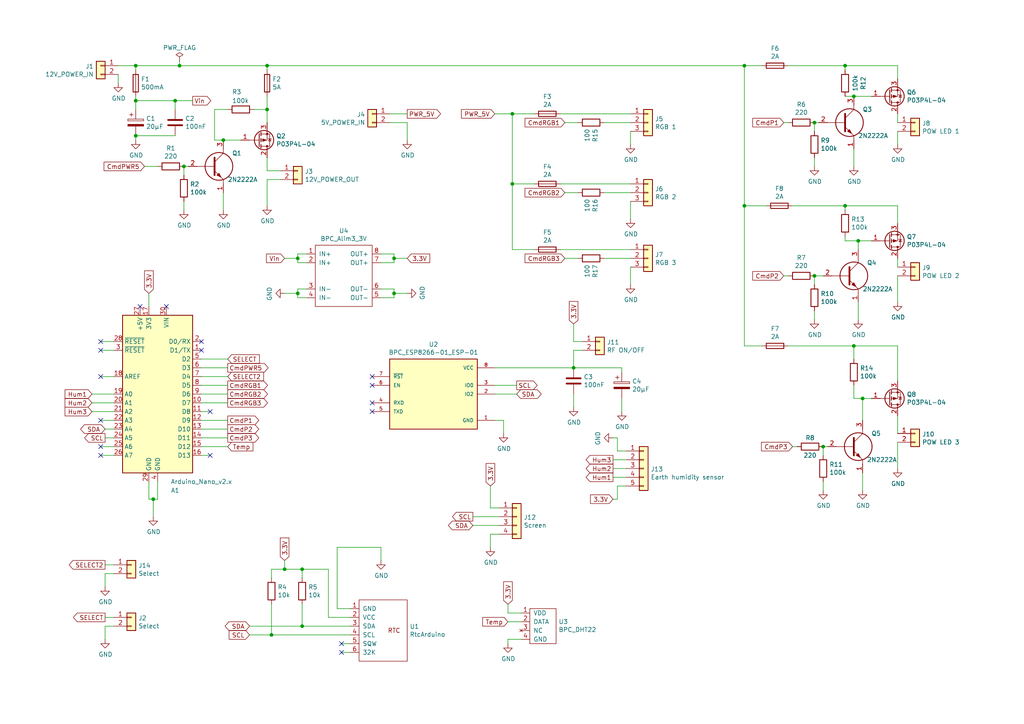
<source format=kicad_sch>
(kicad_sch (version 20230121) (generator eeschema)
  (paper "A4")
  (title_block (title "Semuino - Contrôleur de meuble à semis") (date "2023-09-21") (rev "A0") (company "BPC") (comment 2 "Température ambiante - 3 Capteurs d'humidité") (comment 3 "3 bandeaux LEDs 12V Blanches - 3 bandeaux LEDs RGB 5V") (comment 4 "12V/10A - Ecran OLED - 1 sélecteur - Wifi"))
  (lib_symbols
    (symbol "Connector_Generic:Conn_01x02" (pin_names (offset 1.016) hide)
      (property "Reference" "J" (at 0 2.54 0))
      (property "Value" "Conn_01x02" (at 0 -5.08 0))
      (symbol "Conn_01x02_1_1"
        (pin passive line (at -5.08 0 0) (length 3.81) (name "Pin_1") (number "1"))
        (pin passive line (at -5.08 -2.54 0) (length 3.81) (name "Pin_2") (number "2"))
      )
    )
    (symbol "Connector_Generic:Conn_01x03" (pin_names (offset 1.016) hide)
      (property "Reference" "J" (at 0 5.08 0))
      (property "Value" "Conn_01x03" (at 0 -5.08 0))
      (symbol "Conn_01x03_1_1"
        (pin passive line (at -5.08 2.54 0) (length 3.81) (name "Pin_1") (number "1"))
        (pin passive line (at -5.08 0 0) (length 3.81) (name "Pin_2") (number "2"))
        (pin passive line (at -5.08 -2.54 0) (length 3.81) (name "Pin_3") (number "3"))
      )
    )
    (symbol "Connector_Generic:Conn_01x04" (pin_names (offset 1.016) hide)
      (property "Reference" "J" (at 0 5.08 0))
      (property "Value" "Conn_01x04" (at 0 -7.62 0))
      (symbol "Conn_01x04_1_1"
        (pin passive line (at -5.08 2.54 0) (length 3.81) (name "Pin_1") (number "1"))
        (pin passive line (at -5.08 0 0) (length 3.81) (name "Pin_2") (number "2"))
        (pin passive line (at -5.08 -2.54 0) (length 3.81) (name "Pin_3") (number "3"))
        (pin passive line (at -5.08 -5.08 0) (length 3.81) (name "Pin_4") (number "4"))
      )
    )
    (symbol "Connector_Generic:Conn_01x05" (pin_names (offset 1.016) hide)
      (property "Reference" "J" (at 0 7.62 0))
      (property "Value" "Conn_01x05" (at 0 -7.62 0))
      (symbol "Conn_01x05_1_1"
        (pin passive line (at -5.08 5.08 0) (length 3.81) (name "Pin_1") (number "1"))
        (pin passive line (at -5.08 2.54 0) (length 3.81) (name "Pin_2") (number "2"))
        (pin passive line (at -5.08 0 0) (length 3.81) (name "Pin_3") (number "3"))
        (pin passive line (at -5.08 -2.54 0) (length 3.81) (name "Pin_4") (number "4"))
        (pin passive line (at -5.08 -5.08 0) (length 3.81) (name "Pin_5") (number "5"))
      )
    )
    (symbol "Device:C" (pin_numbers hide) (pin_names (offset 0.254))
      (property "Reference" "C" (at 0.635 2.54 0))
      (property "Value" "C" (at 0.635 -2.54 0))
      (symbol "C_1_1"
        (pin passive line (at 0 3.81 270) (length 2.794) (name "~") (number "1"))
        (pin passive line (at 0 -3.81 90) (length 2.794) (name "~") (number "2"))
      )
    )
    (symbol "Device:Fuse" (pin_numbers hide) (pin_names (offset 0))
      (property "Reference" "F" (at 2.032 0 90))
      (property "Value" "Fuse" (at -1.905 0 90))
      (symbol "Fuse_1_1"
        (pin passive line (at 0 3.81 270) (length 1.27) (name "~") (number "1"))
        (pin passive line (at 0 -3.81 90) (length 1.27) (name "~") (number "2"))
      )
    )
    (symbol "Device:R" (pin_numbers hide) (pin_names (offset 0))
      (property "Reference" "R" (at 2.032 0 90))
      (property "Value" "R" (at 0 0 90))
      (symbol "R_1_1"
        (pin passive line (at 0 3.81 270) (length 1.27) (name "~") (number "1"))
        (pin passive line (at 0 -3.81 90) (length 1.27) (name "~") (number "2"))
      )
    )
    (symbol "bpc:Arduino_Nano_v2.x"
      (property "Reference" "A" (at -10.16 23.495 0))
      (property "Value" "Arduino_Nano_v2.x" (at 5.08 -24.13 0))
      (symbol "Arduino_Nano_v2.x_1_1"
        (pin bidirectional line (at -12.7 12.7 0) (length 2.54) (name "D1/TX") (number "1"))
        (pin bidirectional line (at -12.7 -2.54 0) (length 2.54) (name "D7") (number "10"))
        (pin bidirectional line (at -12.7 -5.08 0) (length 2.54) (name "D8") (number "11"))
        (pin bidirectional line (at -12.7 -7.62 0) (length 2.54) (name "D9") (number "12"))
        (pin bidirectional line (at -12.7 -10.16 0) (length 2.54) (name "D10") (number "13"))
        (pin bidirectional line (at -12.7 -12.7 0) (length 2.54) (name "D11") (number "14"))
        (pin bidirectional line (at -12.7 -15.24 0) (length 2.54) (name "D12") (number "15"))
        (pin bidirectional line (at -12.7 -17.78 0) (length 2.54) (name "D13") (number "16"))
        (pin power_out line (at 2.54 25.4 270) (length 2.54) (name "3V3") (number "17"))
        (pin input line (at 12.7 5.08 180) (length 2.54) (name "AREF") (number "18"))
        (pin bidirectional line (at 12.7 0 180) (length 2.54) (name "A0") (number "19"))
        (pin bidirectional line (at -12.7 15.24 0) (length 2.54) (name "D0/RX") (number "2"))
        (pin bidirectional line (at 12.7 -2.54 180) (length 2.54) (name "A1") (number "20"))
        (pin bidirectional line (at 12.7 -5.08 180) (length 2.54) (name "A2") (number "21"))
        (pin bidirectional line (at 12.7 -7.62 180) (length 2.54) (name "A3") (number "22"))
        (pin bidirectional line (at 12.7 -10.16 180) (length 2.54) (name "A4") (number "23"))
        (pin bidirectional line (at 12.7 -12.7 180) (length 2.54) (name "A5") (number "24"))
        (pin bidirectional line (at 12.7 -15.24 180) (length 2.54) (name "A6") (number "25"))
        (pin bidirectional line (at 12.7 -17.78 180) (length 2.54) (name "A7") (number "26"))
        (pin power_out line (at 5.08 25.4 270) (length 2.54) (name "+5V") (number "27"))
        (pin input line (at 12.7 15.24 180) (length 2.54) (name "~{RESET}") (number "28"))
        (pin power_in line (at 2.54 -25.4 90) (length 2.54) (name "GND") (number "29"))
        (pin input line (at 12.7 12.7 180) (length 2.54) (name "~{RESET}") (number "3"))
        (pin power_in line (at -2.54 25.4 270) (length 2.54) (name "VIN") (number "30"))
        (pin power_in line (at 0 -25.4 90) (length 2.54) (name "GND") (number "4"))
        (pin bidirectional line (at -12.7 10.16 0) (length 2.54) (name "D2") (number "5"))
        (pin bidirectional line (at -12.7 7.62 0) (length 2.54) (name "D3") (number "6"))
        (pin bidirectional line (at -12.7 5.08 0) (length 2.54) (name "D4") (number "7"))
        (pin bidirectional line (at -12.7 2.54 0) (length 2.54) (name "D5") (number "8"))
        (pin bidirectional line (at -12.7 0 0) (length 2.54) (name "D6") (number "9"))
      )
    )
    (symbol "bpc:BPC_Alim3_3V" (pin_names (offset 1.016))
      (property "Reference" "U" (at 6.35 6.35 0))
      (property "Value" "BPC_Alim3_3V" (at 11.43 3.81 0))
      (symbol "BPC_Alim3_3V_1_1"
        (pin power_in line (at -2.54 0 0) (length 2.54) (name "IN+") (number "1"))
        (pin power_in line (at -2.54 -2.54 0) (length 2.54) (name "IN+") (number "2"))
        (pin power_in line (at -2.54 -10.16 0) (length 2.54) (name "IN-") (number "3"))
        (pin power_in line (at -2.54 -12.7 0) (length 2.54) (name "IN-") (number "4"))
        (pin power_out line (at 19.05 -12.7 180) (length 2.54) (name "OUT-") (number "5"))
        (pin passive line (at 19.05 -10.16 180) (length 2.54) (name "OUT-") (number "6"))
        (pin passive line (at 19.05 -2.54 180) (length 2.54) (name "OUT+") (number "7"))
        (pin power_out line (at 19.05 0 180) (length 2.54) (name "OUT+") (number "8"))
      )
    )
    (symbol "bpc:BPC_DHT22" (pin_names (offset 1.016))
      (property "Reference" "U" (at 1.27 2.54 0))
      (property "Value" "BPC_DHT22" (at 3.81 -10.16 0))
      (symbol "BPC_DHT22_0_0"
        (pin power_in line (at -2.54 0 0) (length 2.54) (name "VDD") (number "1"))
        (pin bidirectional line (at -2.54 -2.54 0) (length 2.54) (name "DATA") (number "2"))
        (pin no_connect line (at -2.54 -5.08 0) (length 2.54) (name "NC") (number "3"))
        (pin power_in line (at -2.54 -7.62 0) (length 2.54) (name "GND") (number "4"))
      )
    )
    (symbol "bpc:BPC_ESP8266-01_ESP-01" (pin_names (offset 1.016))
      (property "Reference" "U" (at -12.7 10.668 0))
      (property "Value" "BPC_ESP8266-01_ESP-01" (at -12.7254 -12.7254 0))
      (symbol "BPC_ESP8266-01_ESP-01_0_0"
        (pin power_in line (at 17.78 -7.62 180) (length 5.08) (name "GND") (number "1"))
        (pin bidirectional line (at 17.78 0 180) (length 5.08) (name "IO2") (number "2"))
        (pin bidirectional line (at 17.78 2.54 180) (length 5.08) (name "IO0") (number "3"))
        (pin input line (at -17.78 -2.54 0) (length 5.08) (name "RXD") (number "4"))
        (pin output line (at -17.78 -5.08 0) (length 5.08) (name "TXD") (number "5"))
        (pin input line (at -17.78 2.54 0) (length 5.08) (name "EN") (number "6"))
        (pin input line (at -17.78 5.08 0) (length 5.08) (name "~{RST}") (number "7"))
        (pin power_in line (at 17.78 7.62 180) (length 5.08) (name "VCC") (number "8"))
      )
    )
    (symbol "bpc:P03P4L-04" (pin_names (offset 0) hide)
      (property "Reference" "Q" (at 5.08 -1.27 0))
      (property "Value" "P03P4L-04" (at 5.08 1.27 0))
      (symbol "P03P4L-04_1_1"
        (pin input line (at -5.08 0 0) (length 2.54) (name "G") (number "1"))
        (pin passive line (at 2.54 -5.08 90) (length 2.54) (name "D") (number "2"))
        (pin passive line (at 2.54 5.08 270) (length 2.54) (name "S") (number "3"))
      )
    )
    (symbol "bpc:RtcArduino" (pin_names (offset 1.016))
      (property "Reference" "U" (at 1.27 3.81 0))
      (property "Value" "RtcArduino" (at 5.08 1.27 0))
      (symbol "RtcArduino_0_0"
        (text "RTC" (at 10.16 -8.89 0) (effects (font (size 1.27 1.27))))
      )
      (symbol "RtcArduino_1_1"
        (pin power_in line (at -2.54 -2.54 0) (length 2.54) (name "GND") (number "1"))
        (pin power_in line (at -2.54 -5.08 0) (length 2.54) (name "VCC") (number "2"))
        (pin bidirectional line (at -2.54 -7.62 0) (length 2.54) (name "SDA") (number "3"))
        (pin input line (at -2.54 -10.16 0) (length 2.54) (name "SCL") (number "4"))
        (pin unspecified line (at -2.54 -12.7 0) (length 2.54) (name "SQW") (number "5"))
        (pin unspecified line (at -2.54 -15.24 0) (length 2.54) (name "32K") (number "6"))
      )
    )
    (symbol "power:GND" (power) (pin_names (offset 0))
      (property "Value" "GND" (at 0 -3.81 0))
      (symbol "GND_1_1"
        (pin power_in line (at 0 0 270) (length 0) hide (name "GND") (number "1"))
      )
    )
    (symbol "power:PWR_FLAG" (power) (pin_numbers hide) (pin_names (offset 0) hide)
      (property "Value" "PWR_FLAG" (at 0 3.81 0))
      (symbol "PWR_FLAG_0_0"
        (pin power_out line (at 0 0 90) (length 0) (name "pwr") (number "1"))
      )
    )
    (symbol "semuino-rescue:2N2222A-Transistor_BJT" (pin_names (offset 0.762))
      (property "Reference" "Q" (at 13.97 1.27 0))
      (property "Value" "Transistor_BJT_2N2222A" (at 13.97 -1.27 0))
      (symbol "2N2222A-Transistor_BJT_0_0"
        (pin passive line (at 10.16 -7.62 90) (length 2.54) (name "~") (number "1"))
        (pin passive line (at 0 0 0) (length 2.54) (name "~") (number "2"))
        (pin passive line (at 10.16 7.62 270) (length 2.54) (name "~") (number "3"))
      )
    )
    (symbol "semuino-rescue:CP-Device" (pin_numbers hide) (pin_names (offset 0.254))
      (property "Reference" "C" (at 0.635 2.54 0))
      (property "Value" "Device_CP" (at 0.635 -2.54 0))
      (symbol "CP-Device_1_1"
        (pin passive line (at 0 3.81 270) (length 2.794) (name "~") (number "1"))
        (pin passive line (at 0 -3.81 90) (length 2.794) (name "~") (number "2"))
      )
    )
  )
  (junction (at 86.36 85.09))
  (junction (at 64.77 40.64))
  (junction (at 236.22 35.56))
  (junction (at 39.37 19.05))
  (junction (at 52.07 19.05))
  (junction (at 250.19 115.57))
  (junction (at 77.47 19.05))
  (junction (at 114.3 74.93))
  (junction (at 39.37 29.21))
  (junction (at 82.55 165.1))
  (junction (at 44.45 144.78))
  (junction (at 77.47 31.75))
  (junction (at 39.37 39.37))
  (junction (at 114.3 85.09))
  (junction (at 148.59 53.34))
  (junction (at 78.74 184.15))
  (junction (at 87.63 181.61))
  (junction (at 247.65 27.94))
  (junction (at 53.34 48.26))
  (junction (at 166.37 106.68))
  (junction (at 245.11 59.69))
  (junction (at 238.76 129.54))
  (junction (at 248.92 69.85))
  (junction (at 148.59 33.02))
  (junction (at 236.22 80.01))
  (junction (at 86.36 74.93))
  (junction (at 245.11 19.05))
  (junction (at 215.9 59.69))
  (junction (at 215.9 19.05))
  (junction (at 50.8 29.21))
  (junction (at 247.65 100.33))
  (junction (at 87.63 165.1))
  (no_connect (at 107.95 111.76))
  (no_connect (at 48.26 88.9))
  (no_connect (at 29.21 132.08))
  (no_connect (at 29.21 109.22))
  (no_connect (at 107.95 119.38))
  (no_connect (at 58.42 101.6))
  (no_connect (at 99.06 189.23))
  (no_connect (at 29.21 121.92))
  (no_connect (at 60.96 119.38))
  (no_connect (at 107.95 109.22))
  (no_connect (at 29.21 129.54))
  (no_connect (at 60.96 132.08))
  (no_connect (at 58.42 99.06))
  (no_connect (at 40.64 88.9))
  (no_connect (at 99.06 186.69))
  (no_connect (at 107.95 116.84))
  (no_connect (at 29.21 101.6))
  (no_connect (at 29.21 99.06))
  (wire (pts (xy 78.74 175.26) (xy 78.74 184.15)))
  (wire (pts (xy 260.35 125.73) (xy 260.35 120.65)))
  (wire (pts (xy 110.49 86.36) (xy 114.3 86.36)))
  (wire (pts (xy 39.37 20.32) (xy 39.37 19.05)))
  (wire (pts (xy 240.03 129.54) (xy 238.76 129.54)))
  (wire (pts (xy 182.88 74.93) (xy 175.26 74.93)))
  (wire (pts (xy 260.35 33.02) (xy 260.35 35.56)))
  (wire (pts (xy 30.48 170.18) (xy 30.48 166.37)))
  (wire (pts (xy 248.92 92.71) (xy 248.92 87.63)))
  (wire (pts (xy 78.74 184.15) (xy 101.6 184.15)))
  (wire (pts (xy 143.51 106.68) (xy 166.37 106.68)))
  (wire (pts (xy 101.6 186.69) (xy 99.06 186.69)))
  (wire (pts (xy 182.88 55.88) (xy 175.26 55.88)))
  (wire (pts (xy 167.64 35.56) (xy 163.83 35.56)))
  (wire (pts (xy 166.37 93.98) (xy 166.37 99.06)))
  (wire (pts (xy 52.07 17.78) (xy 52.07 19.05)))
  (wire (pts (xy 66.04 124.46) (xy 58.42 124.46)))
  (wire (pts (xy 34.29 19.05) (xy 39.37 19.05)))
  (wire (pts (xy 245.11 60.96) (xy 245.11 59.69)))
  (wire (pts (xy 88.9 76.2) (xy 86.36 76.2)))
  (wire (pts (xy 252.73 115.57) (xy 250.19 115.57)))
  (wire (pts (xy 118.11 74.93) (xy 114.3 74.93)))
  (wire (pts (xy 78.74 165.1) (xy 78.74 167.64)))
  (wire (pts (xy 86.36 86.36) (xy 86.36 85.09)))
  (wire (pts (xy 181.61 133.35) (xy 177.8 133.35)))
  (wire (pts (xy 64.77 40.64) (xy 62.23 40.64)))
  (wire (pts (xy 66.04 116.84) (xy 58.42 116.84)))
  (wire (pts (xy 182.88 41.91) (xy 182.88 38.1)))
  (wire (pts (xy 78.74 184.15) (xy 72.39 184.15)))
  (wire (pts (xy 88.9 83.82) (xy 86.36 83.82)))
  (wire (pts (xy 82.55 165.1) (xy 82.55 162.56)))
  (wire (pts (xy 154.94 72.39) (xy 148.59 72.39)))
  (wire (pts (xy 166.37 106.68) (xy 180.34 106.68)))
  (wire (pts (xy 110.49 83.82) (xy 114.3 83.82)))
  (wire (pts (xy 26.67 114.3) (xy 33.02 114.3)))
  (wire (pts (xy 33.02 163.83) (xy 30.48 163.83)))
  (wire (pts (xy 114.3 85.09) (xy 118.11 85.09)))
  (wire (pts (xy 179.07 130.81) (xy 179.07 127)))
  (wire (pts (xy 64.77 60.96) (xy 64.77 55.88)))
  (wire (pts (xy 260.35 87.63) (xy 260.35 80.01)))
  (wire (pts (xy 148.59 72.39) (xy 148.59 53.34)))
  (wire (pts (xy 114.3 86.36) (xy 114.3 85.09)))
  (wire (pts (xy 162.56 53.34) (xy 182.88 53.34)))
  (wire (pts (xy 33.02 129.54) (xy 29.21 129.54)))
  (wire (pts (xy 227.33 80.01) (xy 228.6 80.01)))
  (wire (pts (xy 77.47 31.75) (xy 77.47 35.56)))
  (wire (pts (xy 252.73 69.85) (xy 248.92 69.85)))
  (wire (pts (xy 26.67 119.38) (xy 33.02 119.38)))
  (wire (pts (xy 30.48 181.61) (xy 33.02 181.61)))
  (wire (pts (xy 30.48 185.42) (xy 30.48 181.61)))
  (wire (pts (xy 26.67 116.84) (xy 33.02 116.84)))
  (wire (pts (xy 144.78 147.32) (xy 142.24 147.32)))
  (wire (pts (xy 162.56 72.39) (xy 182.88 72.39)))
  (wire (pts (xy 30.48 166.37) (xy 33.02 166.37)))
  (wire (pts (xy 82.55 165.1) (xy 78.74 165.1)))
  (wire (pts (xy 43.18 144.78) (xy 44.45 144.78)))
  (wire (pts (xy 181.61 130.81) (xy 179.07 130.81)))
  (wire (pts (xy 66.04 114.3) (xy 58.42 114.3)))
  (wire (pts (xy 245.11 20.32) (xy 245.11 19.05)))
  (wire (pts (xy 45.72 48.26) (xy 41.91 48.26)))
  (wire (pts (xy 101.6 179.07) (xy 95.25 179.07)))
  (wire (pts (xy 229.87 129.54) (xy 231.14 129.54)))
  (wire (pts (xy 144.78 149.86) (xy 137.16 149.86)))
  (wire (pts (xy 247.65 104.14) (xy 247.65 100.33)))
  (wire (pts (xy 236.22 45.72) (xy 236.22 48.26)))
  (wire (pts (xy 86.36 73.66) (xy 88.9 73.66)))
  (wire (pts (xy 238.76 80.01) (xy 236.22 80.01)))
  (wire (pts (xy 50.8 39.37) (xy 39.37 39.37)))
  (wire (pts (xy 236.22 80.01) (xy 236.22 82.55)))
  (wire (pts (xy 166.37 106.68) (xy 166.37 101.6)))
  (wire (pts (xy 114.3 76.2) (xy 114.3 74.93)))
  (wire (pts (xy 149.86 111.76) (xy 143.51 111.76)))
  (wire (pts (xy 238.76 129.54) (xy 238.76 132.08)))
  (wire (pts (xy 250.19 115.57) (xy 247.65 115.57)))
  (wire (pts (xy 238.76 139.7) (xy 238.76 142.24)))
  (wire (pts (xy 58.42 132.08) (xy 60.96 132.08)))
  (wire (pts (xy 87.63 167.64) (xy 87.63 165.1)))
  (wire (pts (xy 247.65 115.57) (xy 247.65 111.76)))
  (wire (pts (xy 260.35 59.69) (xy 260.35 64.77)))
  (wire (pts (xy 247.65 100.33) (xy 260.35 100.33)))
  (wire (pts (xy 33.02 124.46) (xy 30.48 124.46)))
  (wire (pts (xy 179.07 144.78) (xy 179.07 140.97)))
  (wire (pts (xy 179.07 127) (xy 177.8 127)))
  (wire (pts (xy 237.49 35.56) (xy 236.22 35.56)))
  (wire (pts (xy 162.56 33.02) (xy 182.88 33.02)))
  (wire (pts (xy 250.19 121.92) (xy 250.19 115.57)))
  (wire (pts (xy 33.02 179.07) (xy 30.48 179.07)))
  (wire (pts (xy 66.04 106.68) (xy 58.42 106.68)))
  (wire (pts (xy 81.28 52.07) (xy 77.47 52.07)))
  (wire (pts (xy 39.37 29.21) (xy 39.37 31.75)))
  (wire (pts (xy 43.18 85.09) (xy 43.18 88.9)))
  (wire (pts (xy 180.34 115.57) (xy 180.34 119.38)))
  (wire (pts (xy 101.6 176.53) (xy 97.79 176.53)))
  (wire (pts (xy 110.49 158.75) (xy 110.49 162.56)))
  (wire (pts (xy 97.79 176.53) (xy 97.79 158.75)))
  (wire (pts (xy 33.02 99.06) (xy 29.21 99.06)))
  (wire (pts (xy 137.16 152.4) (xy 144.78 152.4)))
  (wire (pts (xy 45.72 144.78) (xy 45.72 139.7)))
  (wire (pts (xy 66.04 104.14) (xy 58.42 104.14)))
  (wire (pts (xy 86.36 76.2) (xy 86.36 74.93)))
  (wire (pts (xy 151.13 180.34) (xy 147.32 180.34)))
  (wire (pts (xy 245.11 69.85) (xy 245.11 68.58)))
  (wire (pts (xy 151.13 177.8) (xy 147.32 177.8)))
  (wire (pts (xy 44.45 144.78) (xy 45.72 144.78)))
  (wire (pts (xy 182.88 77.47) (xy 182.88 82.55)))
  (wire (pts (xy 86.36 83.82) (xy 86.36 85.09)))
  (wire (pts (xy 247.65 43.18) (xy 247.65 48.26)))
  (wire (pts (xy 146.05 121.92) (xy 146.05 125.73)))
  (wire (pts (xy 148.59 53.34) (xy 154.94 53.34)))
  (wire (pts (xy 114.3 73.66) (xy 110.49 73.66)))
  (wire (pts (xy 82.55 74.93) (xy 86.36 74.93)))
  (wire (pts (xy 53.34 50.8) (xy 53.34 48.26)))
  (wire (pts (xy 66.04 111.76) (xy 58.42 111.76)))
  (wire (pts (xy 166.37 114.3) (xy 166.37 118.11)))
  (wire (pts (xy 33.02 101.6) (xy 29.21 101.6)))
  (wire (pts (xy 148.59 33.02) (xy 154.94 33.02)))
  (wire (pts (xy 95.25 165.1) (xy 87.63 165.1)))
  (wire (pts (xy 39.37 39.37) (xy 39.37 40.64)))
  (wire (pts (xy 215.9 19.05) (xy 215.9 59.69)))
  (wire (pts (xy 86.36 85.09) (xy 82.55 85.09)))
  (wire (pts (xy 62.23 40.64) (xy 62.23 31.75)))
  (wire (pts (xy 33.02 127) (xy 30.48 127)))
  (wire (pts (xy 148.59 53.34) (xy 148.59 33.02)))
  (wire (pts (xy 175.26 35.56) (xy 182.88 35.56)))
  (wire (pts (xy 34.29 24.13) (xy 34.29 21.59)))
  (wire (pts (xy 215.9 59.69) (xy 215.9 100.33)))
  (wire (pts (xy 97.79 158.75) (xy 110.49 158.75)))
  (wire (pts (xy 50.8 31.75) (xy 50.8 29.21)))
  (wire (pts (xy 228.6 100.33) (xy 247.65 100.33)))
  (wire (pts (xy 236.22 90.17) (xy 236.22 92.71)))
  (wire (pts (xy 33.02 132.08) (xy 29.21 132.08)))
  (wire (pts (xy 181.61 138.43) (xy 177.8 138.43)))
  (wire (pts (xy 77.47 52.07) (xy 77.47 59.69)))
  (wire (pts (xy 44.45 144.78) (xy 44.45 149.86)))
  (wire (pts (xy 39.37 27.94) (xy 39.37 29.21)))
  (wire (pts (xy 95.25 179.07) (xy 95.25 165.1)))
  (wire (pts (xy 142.24 147.32) (xy 142.24 140.97)))
  (wire (pts (xy 147.32 185.42) (xy 147.32 186.69)))
  (wire (pts (xy 220.98 19.05) (xy 215.9 19.05)))
  (wire (pts (xy 50.8 29.21) (xy 55.88 29.21)))
  (wire (pts (xy 77.47 49.53) (xy 77.47 45.72)))
  (wire (pts (xy 52.07 19.05) (xy 77.47 19.05)))
  (wire (pts (xy 58.42 109.22) (xy 66.04 109.22)))
  (wire (pts (xy 101.6 189.23) (xy 99.06 189.23)))
  (wire (pts (xy 252.73 27.94) (xy 247.65 27.94)))
  (wire (pts (xy 86.36 74.93) (xy 86.36 73.66)))
  (wire (pts (xy 166.37 99.06) (xy 168.91 99.06)))
  (wire (pts (xy 62.23 31.75) (xy 66.04 31.75)))
  (wire (pts (xy 77.47 27.94) (xy 77.47 31.75)))
  (wire (pts (xy 215.9 100.33) (xy 220.98 100.33)))
  (wire (pts (xy 118.11 35.56) (xy 118.11 40.64)))
  (wire (pts (xy 180.34 106.68) (xy 180.34 107.95)))
  (wire (pts (xy 43.18 139.7) (xy 43.18 144.78)))
  (wire (pts (xy 227.33 35.56) (xy 228.6 35.56)))
  (wire (pts (xy 247.65 27.94) (xy 245.11 27.94)))
  (wire (pts (xy 250.19 142.24) (xy 250.19 137.16)))
  (wire (pts (xy 260.35 100.33) (xy 260.35 110.49)))
  (wire (pts (xy 166.37 101.6) (xy 168.91 101.6)))
  (wire (pts (xy 114.3 74.93) (xy 114.3 73.66)))
  (wire (pts (xy 113.03 35.56) (xy 118.11 35.56)))
  (wire (pts (xy 87.63 181.61) (xy 101.6 181.61)))
  (wire (pts (xy 53.34 48.26) (xy 54.61 48.26)))
  (wire (pts (xy 260.35 41.91) (xy 260.35 38.1)))
  (wire (pts (xy 260.35 59.69) (xy 245.11 59.69)))
  (wire (pts (xy 87.63 175.26) (xy 87.63 181.61)))
  (wire (pts (xy 66.04 129.54) (xy 58.42 129.54)))
  (wire (pts (xy 77.47 19.05) (xy 215.9 19.05)))
  (wire (pts (xy 33.02 109.22) (xy 29.21 109.22)))
  (wire (pts (xy 50.8 29.21) (xy 39.37 29.21)))
  (wire (pts (xy 77.47 20.32) (xy 77.47 19.05)))
  (wire (pts (xy 58.42 119.38) (xy 60.96 119.38)))
  (wire (pts (xy 33.02 121.92) (xy 29.21 121.92)))
  (wire (pts (xy 248.92 69.85) (xy 245.11 69.85)))
  (wire (pts (xy 167.64 74.93) (xy 163.83 74.93)))
  (wire (pts (xy 143.51 33.02) (xy 148.59 33.02)))
  (wire (pts (xy 245.11 19.05) (xy 260.35 19.05)))
  (wire (pts (xy 222.25 59.69) (xy 215.9 59.69)))
  (wire (pts (xy 181.61 140.97) (xy 179.07 140.97)))
  (wire (pts (xy 236.22 35.56) (xy 236.22 38.1)))
  (wire (pts (xy 177.8 144.78) (xy 179.07 144.78)))
  (wire (pts (xy 149.86 114.3) (xy 143.51 114.3)))
  (wire (pts (xy 87.63 165.1) (xy 82.55 165.1)))
  (wire (pts (xy 144.78 154.94) (xy 142.24 154.94)))
  (wire (pts (xy 87.63 181.61) (xy 72.39 181.61)))
  (wire (pts (xy 142.24 154.94) (xy 142.24 158.75)))
  (wire (pts (xy 73.66 31.75) (xy 77.47 31.75)))
  (wire (pts (xy 39.37 19.05) (xy 52.07 19.05)))
  (wire (pts (xy 53.34 58.42) (xy 53.34 60.96)))
  (wire (pts (xy 167.64 55.88) (xy 163.83 55.88)))
  (wire (pts (xy 69.85 40.64) (xy 64.77 40.64)))
  (wire (pts (xy 260.35 135.89) (xy 260.35 128.27)))
  (wire (pts (xy 228.6 19.05) (xy 245.11 19.05)))
  (wire (pts (xy 143.51 121.92) (xy 146.05 121.92)))
  (wire (pts (xy 58.42 127) (xy 66.04 127)))
  (wire (pts (xy 66.04 121.92) (xy 58.42 121.92)))
  (wire (pts (xy 181.61 135.89) (xy 177.8 135.89)))
  (wire (pts (xy 248.92 72.39) (xy 248.92 69.85)))
  (wire (pts (xy 114.3 83.82) (xy 114.3 85.09)))
  (wire (pts (xy 182.88 63.5) (xy 182.88 58.42)))
  (wire (pts (xy 81.28 49.53) (xy 77.47 49.53)))
  (wire (pts (xy 260.35 19.05) (xy 260.35 22.86)))
  (wire (pts (xy 147.32 177.8) (xy 147.32 175.26)))
  (wire (pts (xy 88.9 86.36) (xy 86.36 86.36)))
  (wire (pts (xy 245.11 59.69) (xy 229.87 59.69)))
  (wire (pts (xy 110.49 76.2) (xy 114.3 76.2)))
  (wire (pts (xy 151.13 185.42) (xy 147.32 185.42)))
  (wire (pts (xy 260.35 74.93) (xy 260.35 77.47)))
  (wire (pts (xy 113.03 33.02) (xy 118.11 33.02)))
  (global_label "CmdRGB2" (shape output) (at 66.04 114.3 0) (property "Intersheetrefs" "${INTERSHEET_REFS}" (effects hide)))
  (global_label "CmdRGB1" (shape input) (at 163.83 35.56 180) (property "Intersheetrefs" "${INTERSHEET_REFS}" (effects hide)))
  (global_label "3.3V" (shape input) (at 147.32 175.26 90) (property "Intersheetrefs" "${INTERSHEET_REFS}" (effects hide)))
  (global_label "CmdPWR5" (shape input) (at 41.91 48.26 180) (property "Intersheetrefs" "${INTERSHEET_REFS}" (effects hide)))
  (global_label "PWR_5V" (shape input) (at 143.51 33.02 180) (property "Intersheetrefs" "${INTERSHEET_REFS}" (effects hide)))
  (global_label "CmdP3" (shape output) (at 66.04 127 0) (property "Intersheetrefs" "${INTERSHEET_REFS}" (effects hide)))
  (global_label "SDA" (shape bidirectional) (at 30.48 124.46 180) (property "Intersheetrefs" "${INTERSHEET_REFS}" (effects hide)))
  (global_label "CmdP2" (shape output) (at 66.04 124.46 0) (property "Intersheetrefs" "${INTERSHEET_REFS}" (effects hide)))
  (global_label "3.3V" (shape input) (at 177.8 144.78 180) (property "Intersheetrefs" "${INTERSHEET_REFS}" (effects hide)))
  (global_label "SELECT2" (shape output) (at 30.48 163.83 180) (property "Intersheetrefs" "${INTERSHEET_REFS}" (effects hide)))
  (global_label "Vin" (shape input) (at 82.55 74.93 180) (property "Intersheetrefs" "${INTERSHEET_REFS}" (effects hide)))
  (global_label "Hum2" (shape output) (at 177.8 135.89 180) (property "Intersheetrefs" "${INTERSHEET_REFS}" (effects hide)))
  (global_label "3.3V" (shape input) (at 118.11 74.93 0) (property "Intersheetrefs" "${INTERSHEET_REFS}" (effects hide)))
  (global_label "SCL" (shape output) (at 137.16 149.86 180) (property "Intersheetrefs" "${INTERSHEET_REFS}" (effects hide)))
  (global_label "Temp" (shape input) (at 66.04 129.54 0) (property "Intersheetrefs" "${INTERSHEET_REFS}" (effects hide)))
  (global_label "CmdP3" (shape input) (at 229.87 129.54 180) (property "Intersheetrefs" "${INTERSHEET_REFS}" (effects hide)))
  (global_label "SELECT" (shape input) (at 66.04 104.14 0) (property "Intersheetrefs" "${INTERSHEET_REFS}" (effects hide)))
  (global_label "Hum1" (shape output) (at 177.8 138.43 180) (property "Intersheetrefs" "${INTERSHEET_REFS}" (effects hide)))
  (global_label "CmdP1" (shape output) (at 66.04 121.92 0) (property "Intersheetrefs" "${INTERSHEET_REFS}" (effects hide)))
  (global_label "Vin" (shape output) (at 55.88 29.21 0) (property "Intersheetrefs" "${INTERSHEET_REFS}" (effects hide)))
  (global_label "CmdRGB2" (shape input) (at 163.83 55.88 180) (property "Intersheetrefs" "${INTERSHEET_REFS}" (effects hide)))
  (global_label "SCL" (shape input) (at 72.39 184.15 180) (property "Intersheetrefs" "${INTERSHEET_REFS}" (effects hide)))
  (global_label "CmdRGB1" (shape output) (at 66.04 111.76 0) (property "Intersheetrefs" "${INTERSHEET_REFS}" (effects hide)))
  (global_label "Hum3" (shape output) (at 177.8 133.35 180) (property "Intersheetrefs" "${INTERSHEET_REFS}" (effects hide)))
  (global_label "3.3V" (shape input) (at 82.55 162.56 90) (property "Intersheetrefs" "${INTERSHEET_REFS}" (effects hide)))
  (global_label "Hum3" (shape input) (at 26.67 119.38 180) (property "Intersheetrefs" "${INTERSHEET_REFS}" (effects hide)))
  (global_label "CmdRGB3" (shape output) (at 66.04 116.84 0) (property "Intersheetrefs" "${INTERSHEET_REFS}" (effects hide)))
  (global_label "Hum1" (shape input) (at 26.67 114.3 180) (property "Intersheetrefs" "${INTERSHEET_REFS}" (effects hide)))
  (global_label "3.3V" (shape input) (at 142.24 140.97 90) (property "Intersheetrefs" "${INTERSHEET_REFS}" (effects hide)))
  (global_label "CmdPWR5" (shape output) (at 66.04 106.68 0) (property "Intersheetrefs" "${INTERSHEET_REFS}" (effects hide)))
  (global_label "3.3V" (shape input) (at 43.18 85.09 90) (property "Intersheetrefs" "${INTERSHEET_REFS}" (effects hide)))
  (global_label "CmdP1" (shape input) (at 227.33 35.56 180) (property "Intersheetrefs" "${INTERSHEET_REFS}" (effects hide)))
  (global_label "SDA" (shape bidirectional) (at 72.39 181.61 180) (property "Intersheetrefs" "${INTERSHEET_REFS}" (effects hide)))
  (global_label "Temp" (shape input) (at 147.32 180.34 180) (property "Intersheetrefs" "${INTERSHEET_REFS}" (effects hide)))
  (global_label "SELECT2" (shape input) (at 66.04 109.22 0) (property "Intersheetrefs" "${INTERSHEET_REFS}" (effects hide)))
  (global_label "SDA" (shape bidirectional) (at 149.86 114.3 0) (property "Intersheetrefs" "${INTERSHEET_REFS}" (effects hide)))
  (global_label "3.3V" (shape input) (at 166.37 93.98 90) (property "Intersheetrefs" "${INTERSHEET_REFS}" (effects hide)))
  (global_label "CmdRGB3" (shape input) (at 163.83 74.93 180) (property "Intersheetrefs" "${INTERSHEET_REFS}" (effects hide)))
  (global_label "Hum2" (shape input) (at 26.67 116.84 180) (property "Intersheetrefs" "${INTERSHEET_REFS}" (effects hide)))
  (global_label "SDA" (shape bidirectional) (at 137.16 152.4 180) (property "Intersheetrefs" "${INTERSHEET_REFS}" (effects hide)))
  (global_label "SCL" (shape output) (at 30.48 127 180) (property "Intersheetrefs" "${INTERSHEET_REFS}" (effects hide)))
  (global_label "PWR_5V" (shape output) (at 118.11 33.02 0) (property "Intersheetrefs" "${INTERSHEET_REFS}" (effects hide)))
  (global_label "SCL" (shape output) (at 149.86 111.76 0) (property "Intersheetrefs" "${INTERSHEET_REFS}" (effects hide)))
  (global_label "SELECT" (shape output) (at 30.48 179.07 180) (property "Intersheetrefs" "${INTERSHEET_REFS}" (effects hide)))
  (global_label "CmdP2" (shape input) (at 227.33 80.01 180) (property "Intersheetrefs" "${INTERSHEET_REFS}" (effects hide)))
  (symbol (lib_id "Connector_Generic:Conn_01x02") (at 265.43 35.56 0) (unit 1)
    (property "Reference" "J8" (at 267.462 35.7632 0) (effects (justify left)))
    (property "Value" "POW LED 1" (at 267.462 38.0746 0) (effects (justify left)))
    (property "Footprint" "TerminalBlock_Phoenix:TerminalBlock_Phoenix_MKDS-1,5-2_1x02_P5.00mm_Horizontal" (effects hide))
  )
  (symbol (lib_id "Device:Fuse") (at 224.79 19.05 270) (unit 1)
    (property "Reference" "F6" (at 224.79 14.0462 90))
    (property "Value" "2A" (at 224.79 16.3576 90))
    (property "Footprint" "Fuse:Fuseholder_TR5_Littelfuse_No560_No460" (effects hide))
  )
  (symbol (lib_id "Device:Fuse") (at 158.75 33.02 270) (unit 1)
    (property "Reference" "F3" (at 158.75 28.0162 90))
    (property "Value" "2A" (at 158.75 30.3276 90))
    (property "Footprint" "Fuse:Fuseholder_TR5_Littelfuse_No560_No460" (effects hide))
  )
  (symbol (lib_id "Connector_Generic:Conn_01x03") (at 187.96 35.56 0) (unit 1)
    (property "Reference" "J5" (at 189.992 34.4932 0) (effects (justify left)))
    (property "Value" "RGB 1" (at 189.992 36.8046 0) (effects (justify left)))
    (property "Footprint" "TerminalBlock_Phoenix:TerminalBlock_Phoenix_MPT-0,5-3-2.54_1x03_P2.54mm_Horizontal" (effects hide))
  )
  (symbol (lib_id "Connector_Generic:Conn_01x03") (at 187.96 55.88 0) (unit 1)
    (property "Reference" "J6" (at 189.992 54.8132 0) (effects (justify left)))
    (property "Value" "RGB 2" (at 189.992 57.1246 0) (effects (justify left)))
    (property "Footprint" "TerminalBlock_Phoenix:TerminalBlock_Phoenix_MPT-0,5-3-2.54_1x03_P2.54mm_Horizontal" (effects hide))
  )
  (symbol (lib_id "Connector_Generic:Conn_01x03") (at 187.96 74.93 0) (unit 1)
    (property "Reference" "J7" (at 189.992 73.8632 0) (effects (justify left)))
    (property "Value" "RGB 3" (at 189.992 76.1746 0) (effects (justify left)))
    (property "Footprint" "TerminalBlock_Phoenix:TerminalBlock_Phoenix_MPT-0,5-3-2.54_1x03_P2.54mm_Horizontal" (effects hide))
  )
  (symbol (lib_id "Device:Fuse") (at 158.75 53.34 270) (unit 1)
    (property "Reference" "F4" (at 158.75 48.3362 90))
    (property "Value" "2A" (at 158.75 50.6476 90))
    (property "Footprint" "Fuse:Fuseholder_TR5_Littelfuse_No560_No460" (effects hide))
  )
  (symbol (lib_id "Device:Fuse") (at 158.75 72.39 270) (unit 1)
    (property "Reference" "F5" (at 158.75 67.3862 90))
    (property "Value" "2A" (at 158.75 69.6976 90))
    (property "Footprint" "Fuse:Fuseholder_TR5_Littelfuse_No560_No460" (effects hide))
  )
  (symbol (lib_id "power:GND") (at 182.88 41.91 0) (unit 1)
    (property "Reference" "#PWR011" (effects hide))
    (property "Value" "GND" (at 183.007 46.3042 0))
  )
  (symbol (lib_id "power:GND") (at 182.88 63.5 0) (unit 1)
    (property "Reference" "#PWR012" (effects hide))
    (property "Value" "GND" (at 183.007 67.8942 0))
  )
  (symbol (lib_id "power:GND") (at 182.88 82.55 0) (unit 1)
    (property "Reference" "#PWR013" (effects hide))
    (property "Value" "GND" (at 183.007 86.9442 0))
  )
  (symbol (lib_id "semuino-rescue:2N2222A-Transistor_BJT") (at 237.49 35.56 0) (unit 1)
    (property "Reference" "Q3" (at 250.19 31.75 0) (effects (justify left)))
    (property "Value" "2N2222A" (at 248.92 39.37 0) (effects (justify left)))
    (property "Footprint" "Package_TO_SOT_THT:TO-92" (effects hide))
    (property "Datasheet" "https://www.arrow.com/en/products/2n2222a/microsemi" (effects hide))
    (property "Arrow Part Number" "2N2222A" (effects hide))
    (property "Arrow Price/Stock" "https://www.arrow.com/en/products/2n2222a/microsemi" (effects hide))
    (property "Description" "Trans GP BJT NPN 50V 0.8A 3-Pin TO-18" (effects hide))
    (property "Manufacturer_Name" "Microsemi Corporation" (effects hide))
    (property "Manufacturer_Part_Number" "2N2222A" (effects hide))
    (property "Mouser Part Number" "494-2N2222A" (effects hide))
    (property "Mouser Price/Stock" "https://www.mouser.co.uk/ProductDetail/Microchip-Microsemi/2N2222A?qs=TXMzd3F6EylR6f6YErRW3Q%3D%3D" (effects hide))
  )
  (symbol (lib_id "power:GND") (at 247.65 48.26 0) (unit 1)
    (property "Reference" "#PWR017" (effects hide))
    (property "Value" "GND" (at 247.777 52.6542 0))
  )
  (symbol (lib_id "power:GND") (at 34.29 24.13 0) (unit 1)
    (property "Reference" "#PWR02" (effects hide))
    (property "Value" "GND" (at 34.417 28.5242 0))
  )
  (symbol (lib_id "power:GND") (at 118.11 40.64 0) (unit 1)
    (property "Reference" "#PWR08" (effects hide))
    (property "Value" "GND" (at 118.237 45.0342 0))
  )
  (symbol (lib_id "Device:Fuse") (at 77.47 24.13 180) (unit 1)
    (property "Reference" "F2" (at 78.994 22.9616 0) (effects (justify right)))
    (property "Value" "5A" (at 78.994 25.273 0) (effects (justify right)))
    (property "Footprint" "Fuse:Fuseholder_Clip-5x20mm_Littelfuse_520_Inline_P20.50x5.80mm_D1.30mm_Horizontal" (effects hide))
  )
  (symbol (lib_id "Device:Fuse") (at 39.37 24.13 180) (unit 1)
    (property "Reference" "F1" (at 40.894 22.9616 0) (effects (justify right)))
    (property "Value" "500mA" (at 40.894 25.273 0) (effects (justify right)))
    (property "Footprint" "Fuse:Fuseholder_TR5_Littelfuse_No560_No460" (effects hide))
  )
  (symbol (lib_id "Device:R") (at 232.41 35.56 270) (unit 1)
    (property "Reference" "R6" (at 232.41 30.3022 90))
    (property "Value" "220" (at 232.41 32.6136 90))
    (property "Footprint" "Resistor_THT:R_Axial_DIN0309_L9.0mm_D3.2mm_P2.54mm_Vertical" (effects hide))
  )
  (symbol (lib_id "Device:R") (at 236.22 41.91 180) (unit 1)
    (property "Reference" "R9" (at 237.998 40.7416 0) (effects (justify right)))
    (property "Value" "100k" (at 237.998 43.053 0) (effects (justify right)))
    (property "Footprint" "Resistor_THT:R_Axial_DIN0309_L9.0mm_D3.2mm_P2.54mm_Vertical" (effects hide))
  )
  (symbol (lib_id "power:GND") (at 236.22 48.26 0) (unit 1)
    (property "Reference" "#PWR014" (effects hide))
    (property "Value" "GND" (at 236.347 52.6542 0))
  )
  (symbol (lib_id "Connector_Generic:Conn_01x02") (at 265.43 77.47 0) (unit 1)
    (property "Reference" "J9" (at 267.462 77.6732 0) (effects (justify left)))
    (property "Value" "POW LED 2" (at 267.462 79.9846 0) (effects (justify left)))
    (property "Footprint" "TerminalBlock_Phoenix:TerminalBlock_Phoenix_MKDS-1,5-2_1x02_P5.00mm_Horizontal" (effects hide))
  )
  (symbol (lib_id "Device:Fuse") (at 224.79 100.33 270) (unit 1)
    (property "Reference" "F7" (at 224.79 95.3262 90))
    (property "Value" "2A" (at 224.79 97.6376 90))
    (property "Footprint" "Fuse:Fuseholder_TR5_Littelfuse_No560_No460" (effects hide))
  )
  (symbol (lib_id "power:GND") (at 248.92 92.71 0) (unit 1)
    (property "Reference" "#PWR018" (effects hide))
    (property "Value" "GND" (at 249.047 97.1042 0))
  )
  (symbol (lib_id "Device:R") (at 232.41 80.01 270) (unit 1)
    (property "Reference" "R7" (at 232.41 74.7522 90))
    (property "Value" "220" (at 232.41 77.0636 90))
    (property "Footprint" "Resistor_THT:R_Axial_DIN0309_L9.0mm_D3.2mm_P2.54mm_Vertical" (effects hide))
  )
  (symbol (lib_id "Device:R") (at 236.22 86.36 180) (unit 1)
    (property "Reference" "R10" (at 237.998 85.1916 0) (effects (justify right)))
    (property "Value" "100k" (at 237.998 87.503 0) (effects (justify right)))
    (property "Footprint" "Resistor_THT:R_Axial_DIN0309_L9.0mm_D3.2mm_P2.54mm_Vertical" (effects hide))
  )
  (symbol (lib_id "power:GND") (at 236.22 92.71 0) (unit 1)
    (property "Reference" "#PWR015" (effects hide))
    (property "Value" "GND" (at 236.347 97.1042 0))
  )
  (symbol (lib_id "Connector_Generic:Conn_01x02") (at 38.1 179.07 0) (unit 1)
    (property "Reference" "J2" (at 40.132 179.2732 0) (effects (justify left)))
    (property "Value" "Select" (at 40.132 181.5846 0) (effects (justify left)))
    (property "Footprint" "Connector_PinHeader_2.54mm:PinHeader_1x02_P2.54mm_Vertical" (effects hide))
  )
  (symbol (lib_id "power:GND") (at 30.48 185.42 0) (unit 1)
    (property "Reference" "#PWR01" (effects hide))
    (property "Value" "GND" (at 30.607 189.8142 0))
  )
  (symbol (lib_id "Connector_Generic:Conn_01x02") (at 265.43 125.73 0) (unit 1)
    (property "Reference" "J10" (at 267.462 125.9332 0) (effects (justify left)))
    (property "Value" "POW LED 3" (at 267.462 128.2446 0) (effects (justify left)))
    (property "Footprint" "TerminalBlock_Phoenix:TerminalBlock_Phoenix_MKDS-1,5-2_1x02_P5.00mm_Horizontal" (effects hide))
  )
  (symbol (lib_id "Device:Fuse") (at 226.06 59.69 270) (unit 1)
    (property "Reference" "F8" (at 226.06 54.6862 90))
    (property "Value" "2A" (at 226.06 56.9976 90))
    (property "Footprint" "Fuse:Fuseholder_TR5_Littelfuse_No560_No460" (effects hide))
  )
  (symbol (lib_id "power:GND") (at 250.19 142.24 0) (unit 1)
    (property "Reference" "#PWR019" (effects hide))
    (property "Value" "GND" (at 250.317 146.6342 0))
  )
  (symbol (lib_id "Device:R") (at 234.95 129.54 90) (unit 1)
    (property "Reference" "R8" (at 234.95 127 90))
    (property "Value" "220" (at 234.95 132.08 90))
    (property "Footprint" "Resistor_THT:R_Axial_DIN0309_L9.0mm_D3.2mm_P2.54mm_Vertical" (effects hide))
  )
  (symbol (lib_id "Device:R") (at 238.76 135.89 180) (unit 1)
    (property "Reference" "R11" (at 240.538 134.7216 0) (effects (justify right)))
    (property "Value" "100k" (at 240.538 137.033 0) (effects (justify right)))
    (property "Footprint" "Resistor_THT:R_Axial_DIN0309_L9.0mm_D3.2mm_P2.54mm_Vertical" (effects hide))
  )
  (symbol (lib_id "power:GND") (at 238.76 142.24 0) (unit 1)
    (property "Reference" "#PWR016" (effects hide))
    (property "Value" "GND" (at 238.887 146.6342 0))
  )
  (symbol (lib_id "power:GND") (at 44.45 149.86 0) (unit 1)
    (property "Reference" "#PWR03" (effects hide))
    (property "Value" "GND" (at 44.577 154.2542 0))
  )
  (symbol (lib_id "bpc:RtcArduino") (at 104.14 173.99 0) (unit 1)
    (property "Reference" "U1" (at 118.8212 181.7116 0) (effects (justify left)))
    (property "Value" "RtcArduino" (at 118.8212 184.023 0) (effects (justify left)))
    (property "Footprint" "bpc:BPC_RtcArduino" (effects hide))
  )
  (symbol (lib_id "bpc:BPC_DHT22") (at 153.67 177.8 0) (unit 1)
    (property "Reference" "U3" (at 162.0012 180.3146 0) (effects (justify left)))
    (property "Value" "BPC_DHT22" (at 162.0012 182.626 0) (effects (justify left)))
    (property "Footprint" "bpc:BPC_DHT22" (effects hide))
  )
  (symbol (lib_id "bpc:Arduino_Nano_v2.x") (at 45.72 114.3 0) (mirror y) (unit 1)
    (property "Reference" "A1" (at 50.8 142.24 0))
    (property "Value" "Arduino_Nano_v2.x" (at 58.42 139.7 0))
    (property "Footprint" "bpc:BPC_Arduino_Nano" (effects hide))
    (property "Datasheet" "https://www.arduino.cc/en/uploads/Main/ArduinoNanoManual23.pdf" (effects hide))
  )
  (symbol (lib_id "bpc:BPC_ESP8266-01_ESP-01") (at 125.73 114.3 0) (unit 1)
    (property "Reference" "U2" (at 125.73 99.8982 0))
    (property "Value" "BPC_ESP8266-01_ESP-01" (at 125.73 102.2096 0))
    (property "Footprint" "bpc:BPC_XCVR_ESP8266-01_ESP-01" (effects hide))
    (property "MAXIMUM_PACKAGE_HEIGHT" "11.2 mm" (effects hide))
    (property "PARTREV" "V1.2" (effects hide))
    (property "STANDARD" "Manufacturer recommendations or IPC 7351B" (effects hide))
    (property "MANUFACTURER" "AI-Thinker" (effects hide))
  )
  (symbol (lib_id "power:GND") (at 110.49 162.56 0) (unit 1)
    (property "Reference" "#PWR07" (effects hide))
    (property "Value" "GND" (at 110.617 166.9542 0))
  )
  (symbol (lib_id "power:GND") (at 147.32 186.69 0) (unit 1)
    (property "Reference" "#PWR010" (effects hide))
    (property "Value" "GND" (at 147.447 191.0842 0))
  )
  (symbol (lib_id "power:GND") (at 146.05 125.73 0) (unit 1)
    (property "Reference" "#PWR09" (effects hide))
    (property "Value" "GND" (at 146.177 130.1242 0))
  )
  (symbol (lib_id "Device:R") (at 87.63 171.45 180) (unit 1)
    (property "Reference" "R5" (at 89.408 170.2816 0) (effects (justify right)))
    (property "Value" "10k" (at 89.408 172.593 0) (effects (justify right)))
    (property "Footprint" "Resistor_THT:R_Axial_DIN0309_L9.0mm_D3.2mm_P12.70mm_Horizontal" (effects hide))
  )
  (symbol (lib_id "Device:R") (at 78.74 171.45 180) (unit 1)
    (property "Reference" "R4" (at 80.518 170.2816 0) (effects (justify right)))
    (property "Value" "10k" (at 80.518 172.593 0) (effects (justify right)))
    (property "Footprint" "Resistor_THT:R_Axial_DIN0309_L9.0mm_D3.2mm_P12.70mm_Horizontal" (effects hide))
  )
  (symbol (lib_id "Connector_Generic:Conn_01x02") (at 173.99 99.06 0) (unit 1)
    (property "Reference" "J11" (at 176.022 99.2632 0) (effects (justify left)))
    (property "Value" "RF ON/OFF" (at 176.022 101.5746 0) (effects (justify left)))
    (property "Footprint" "Connector_PinHeader_2.54mm:PinHeader_1x02_P2.54mm_Vertical" (effects hide))
  )
  (symbol (lib_id "Connector_Generic:Conn_01x02") (at 29.21 19.05 0) (mirror y) (unit 1)
    (property "Reference" "J1" (at 27.178 19.2532 0) (effects (justify left)))
    (property "Value" "12V_POWER_IN" (at 27.178 21.5646 0) (effects (justify left)))
    (property "Footprint" "TerminalBlock_Phoenix:TerminalBlock_Phoenix_MKDS-1,5-2_1x02_P5.00mm_Horizontal" (effects hide))
  )
  (symbol (lib_id "Connector_Generic:Conn_01x02") (at 86.36 49.53 0) (unit 1)
    (property "Reference" "J3" (at 88.392 49.7332 0) (effects (justify left)))
    (property "Value" "12V_POWER_OUT" (at 88.392 52.0446 0) (effects (justify left)))
    (property "Footprint" "TerminalBlock_Phoenix:TerminalBlock_Phoenix_MKDS-1,5-2_1x02_P5.00mm_Horizontal" (effects hide))
  )
  (symbol (lib_id "Connector_Generic:Conn_01x02") (at 107.95 33.02 0) (mirror y) (unit 1)
    (property "Reference" "J4" (at 105.918 33.2232 0) (effects (justify left)))
    (property "Value" "5V_POWER_IN" (at 105.918 35.5346 0) (effects (justify left)))
    (property "Footprint" "TerminalBlock_Phoenix:TerminalBlock_Phoenix_MPT-0,5-2-2.54_1x02_P2.54mm_Horizontal" (effects hide))
  )
  (symbol (lib_id "bpc:P03P4L-04") (at 74.93 40.64 0) (unit 1)
    (property "Reference" "Q2" (at 80.1116 39.4716 0) (effects (justify left)))
    (property "Value" "P03P4L-04" (at 80.1116 41.783 0) (effects (justify left)))
    (property "Footprint" "Package_TO_SOT_THT:TO-220-3_Vertical" (effects hide))
  )
  (symbol (lib_id "bpc:P03P4L-04") (at 257.81 27.94 0) (unit 1)
    (property "Reference" "Q6" (at 262.9916 26.7716 0) (effects (justify left)))
    (property "Value" "P03P4L-04" (at 262.9916 29.083 0) (effects (justify left)))
    (property "Footprint" "Package_TO_SOT_THT:TO-220-3_Vertical" (effects hide))
  )
  (symbol (lib_id "power:GND") (at 260.35 41.91 0) (unit 1)
    (property "Reference" "#PWR020" (effects hide))
    (property "Value" "GND" (at 260.477 46.3042 0))
  )
  (symbol (lib_id "Device:R") (at 245.11 24.13 180) (unit 1)
    (property "Reference" "R12" (at 250.3678 24.13 90))
    (property "Value" "100k" (at 248.0564 24.13 90))
    (property "Footprint" "Resistor_THT:R_Axial_DIN0309_L9.0mm_D3.2mm_P2.54mm_Vertical" (effects hide))
  )
  (symbol (lib_id "bpc:P03P4L-04") (at 257.81 69.85 0) (unit 1)
    (property "Reference" "Q7" (at 262.9916 68.6816 0) (effects (justify left)))
    (property "Value" "P03P4L-04" (at 262.9916 70.993 0) (effects (justify left)))
    (property "Footprint" "Package_TO_SOT_THT:TO-220-3_Vertical" (effects hide))
  )
  (symbol (lib_id "Device:R") (at 245.11 64.77 180) (unit 1)
    (property "Reference" "R13" (at 246.888 63.6016 0) (effects (justify right)))
    (property "Value" "100k" (at 246.888 65.913 0) (effects (justify right)))
    (property "Footprint" "Resistor_THT:R_Axial_DIN0309_L9.0mm_D3.2mm_P2.54mm_Vertical" (effects hide))
  )
  (symbol (lib_id "power:GND") (at 260.35 87.63 0) (unit 1)
    (property "Reference" "#PWR021" (effects hide))
    (property "Value" "GND" (at 260.477 92.0242 0))
  )
  (symbol (lib_id "bpc:P03P4L-04") (at 257.81 115.57 0) (unit 1)
    (property "Reference" "Q8" (at 262.9916 114.4016 0) (effects (justify left)))
    (property "Value" "P03P4L-04" (at 262.9916 116.713 0) (effects (justify left)))
    (property "Footprint" "Package_TO_SOT_THT:TO-220-3_Vertical" (effects hide))
  )
  (symbol (lib_id "power:GND") (at 260.35 135.89 0) (unit 1)
    (property "Reference" "#PWR022" (effects hide))
    (property "Value" "GND" (at 260.477 140.2842 0))
  )
  (symbol (lib_id "Device:R") (at 247.65 107.95 180) (unit 1)
    (property "Reference" "R14" (at 249.428 106.7816 0) (effects (justify right)))
    (property "Value" "100k" (at 249.428 109.093 0) (effects (justify right)))
    (property "Footprint" "Resistor_THT:R_Axial_DIN0309_L9.0mm_D3.2mm_P2.54mm_Vertical" (effects hide))
  )
  (symbol (lib_id "Device:R") (at 69.85 31.75 90) (unit 1)
    (property "Reference" "R3" (at 67.31 26.67 90) (effects (justify right)))
    (property "Value" "100k" (at 67.31 29.21 90) (effects (justify right)))
    (property "Footprint" "Resistor_THT:R_Axial_DIN0309_L9.0mm_D3.2mm_P2.54mm_Vertical" (effects hide))
  )
  (symbol (lib_id "power:GND") (at 77.47 59.69 0) (unit 1)
    (property "Reference" "#PWR06" (effects hide))
    (property "Value" "GND" (at 77.597 64.0842 0))
  )
  (symbol (lib_id "power:GND") (at 64.77 60.96 0) (unit 1)
    (property "Reference" "#PWR05" (effects hide))
    (property "Value" "GND" (at 64.897 65.3542 0))
  )
  (symbol (lib_id "Device:R") (at 49.53 48.26 270) (unit 1)
    (property "Reference" "R1" (at 49.53 43.0022 90))
    (property "Value" "220" (at 49.53 45.3136 90))
    (property "Footprint" "Resistor_THT:R_Axial_DIN0309_L9.0mm_D3.2mm_P2.54mm_Vertical" (effects hide))
  )
  (symbol (lib_id "Device:R") (at 53.34 54.61 180) (unit 1)
    (property "Reference" "R2" (at 55.118 53.4416 0) (effects (justify right)))
    (property "Value" "100k" (at 55.118 55.753 0) (effects (justify right)))
    (property "Footprint" "Resistor_THT:R_Axial_DIN0309_L9.0mm_D3.2mm_P2.54mm_Vertical" (effects hide))
  )
  (symbol (lib_id "power:GND") (at 53.34 60.96 0) (unit 1)
    (property "Reference" "#PWR04" (effects hide))
    (property "Value" "GND" (at 53.467 65.3542 0))
  )
  (symbol (lib_id "semuino-rescue:2N2222A-Transistor_BJT") (at 238.76 80.01 0) (unit 1)
    (property "Reference" "Q4" (at 251.46 76.2 0) (effects (justify left)))
    (property "Value" "2N2222A" (at 250.19 83.82 0) (effects (justify left)))
    (property "Footprint" "Package_TO_SOT_THT:TO-92" (effects hide))
    (property "Datasheet" "https://www.arrow.com/en/products/2n2222a/microsemi" (effects hide))
    (property "Arrow Part Number" "2N2222A" (effects hide))
    (property "Arrow Price/Stock" "https://www.arrow.com/en/products/2n2222a/microsemi" (effects hide))
    (property "Description" "Trans GP BJT NPN 50V 0.8A 3-Pin TO-18" (effects hide))
    (property "Manufacturer_Name" "Microsemi Corporation" (effects hide))
    (property "Manufacturer_Part_Number" "2N2222A" (effects hide))
    (property "Mouser Part Number" "494-2N2222A" (effects hide))
    (property "Mouser Price/Stock" "https://www.mouser.co.uk/ProductDetail/Microchip-Microsemi/2N2222A?qs=TXMzd3F6EylR6f6YErRW3Q%3D%3D" (effects hide))
  )
  (symbol (lib_id "semuino-rescue:2N2222A-Transistor_BJT") (at 240.03 129.54 0) (unit 1)
    (property "Reference" "Q5" (at 252.73 125.73 0) (effects (justify left)))
    (property "Value" "2N2222A" (at 251.46 133.35 0) (effects (justify left)))
    (property "Footprint" "Package_TO_SOT_THT:TO-92" (effects hide))
    (property "Datasheet" "https://www.arrow.com/en/products/2n2222a/microsemi" (effects hide))
    (property "Arrow Part Number" "2N2222A" (effects hide))
    (property "Arrow Price/Stock" "https://www.arrow.com/en/products/2n2222a/microsemi" (effects hide))
    (property "Description" "Trans GP BJT NPN 50V 0.8A 3-Pin TO-18" (effects hide))
    (property "Manufacturer_Name" "Microsemi Corporation" (effects hide))
    (property "Manufacturer_Part_Number" "2N2222A" (effects hide))
    (property "Mouser Part Number" "494-2N2222A" (effects hide))
    (property "Mouser Price/Stock" "https://www.mouser.co.uk/ProductDetail/Microchip-Microsemi/2N2222A?qs=TXMzd3F6EylR6f6YErRW3Q%3D%3D" (effects hide))
  )
  (symbol (lib_id "semuino-rescue:2N2222A-Transistor_BJT") (at 54.61 48.26 0) (unit 1)
    (property "Reference" "Q1" (at 67.31 44.45 0) (effects (justify left)))
    (property "Value" "2N2222A" (at 66.04 52.07 0) (effects (justify left)))
    (property "Footprint" "Package_TO_SOT_THT:TO-92" (effects hide))
    (property "Datasheet" "https://www.arrow.com/en/products/2n2222a/microsemi" (effects hide))
    (property "Arrow Part Number" "2N2222A" (effects hide))
    (property "Arrow Price/Stock" "https://www.arrow.com/en/products/2n2222a/microsemi" (effects hide))
    (property "Description" "Trans GP BJT NPN 50V 0.8A 3-Pin TO-18" (effects hide))
    (property "Manufacturer_Name" "Microsemi Corporation" (effects hide))
    (property "Manufacturer_Part_Number" "2N2222A" (effects hide))
    (property "Mouser Part Number" "494-2N2222A" (effects hide))
    (property "Mouser Price/Stock" "https://www.mouser.co.uk/ProductDetail/Microchip-Microsemi/2N2222A?qs=TXMzd3F6EylR6f6YErRW3Q%3D%3D" (effects hide))
  )
  (symbol (lib_id "bpc:BPC_Alim3_3V") (at 91.44 73.66 0) (unit 1)
    (property "Reference" "U4" (at 99.695 66.929 0))
    (property "Value" "BPC_Alim3_3V" (at 99.695 69.2404 0))
    (property "Footprint" "bpc:BPC_Alim3_3V" (effects hide))
  )
  (symbol (lib_id "power:GND") (at 82.55 85.09 270) (unit 1)
    (property "Reference" "#PWR023" (effects hide))
    (property "Value" "GND" (at 78.1558 85.217 0))
  )
  (symbol (lib_id "power:GND") (at 118.11 85.09 90) (unit 1)
    (property "Reference" "#PWR024" (effects hide))
    (property "Value" "GND" (at 122.5042 84.963 0))
  )
  (symbol (lib_id "semuino-rescue:CP-Device") (at 39.37 35.56 0) (unit 1)
    (property "Reference" "C1" (at 42.3672 34.3916 0) (effects (justify left)))
    (property "Value" "20µF" (at 42.3672 36.703 0) (effects (justify left)))
    (property "Footprint" "Capacitor_THT:CP_Radial_D8.0mm_P3.80mm" (effects hide))
  )
  (symbol (lib_id "Connector_Generic:Conn_01x05") (at 186.69 135.89 0) (unit 1)
    (property "Reference" "J13" (at 188.722 136.0932 0) (effects (justify left)))
    (property "Value" "Earth humidity sensor" (at 188.722 138.4046 0) (effects (justify left)))
    (property "Footprint" "TerminalBlock_Phoenix:TerminalBlock_Phoenix_MPT-0,5-5-2.54_1x05_P2.54mm_Horizontal" (effects hide))
  )
  (symbol (lib_id "power:GND") (at 177.8 127 270) (unit 1)
    (property "Reference" "#PWR026" (effects hide))
    (property "Value" "GND" (at 173.4058 127.127 0))
  )
  (symbol (lib_id "Device:C") (at 50.8 35.56 0) (unit 1)
    (property "Reference" "C2" (at 53.721 34.3916 0) (effects (justify left)))
    (property "Value" "100nF" (at 53.721 36.703 0) (effects (justify left)))
    (property "Footprint" "Capacitor_THT:C_Disc_D7.0mm_W2.5mm_P5.00mm" (effects hide))
  )
  (symbol (lib_id "power:GND") (at 39.37 40.64 0) (unit 1)
    (property "Reference" "#PWR027" (effects hide))
    (property "Value" "GND" (at 39.497 45.0342 0))
  )
  (symbol (lib_id "Connector_Generic:Conn_01x04") (at 149.86 149.86 0) (unit 1)
    (property "Reference" "J12" (at 151.892 150.0632 0) (effects (justify left)))
    (property "Value" "Screen" (at 151.892 152.3746 0) (effects (justify left)))
    (property "Footprint" "Connector_JST:JST_XH_B4B-XH-A_1x04_P2.50mm_Vertical" (effects hide))
  )
  (symbol (lib_id "power:GND") (at 142.24 158.75 0) (unit 1)
    (property "Reference" "#PWR025" (effects hide))
    (property "Value" "GND" (at 142.367 163.1442 0))
  )
  (symbol (lib_id "Device:R") (at 171.45 35.56 90) (unit 1)
    (property "Reference" "R15" (at 172.6184 37.338 0) (effects (justify right)))
    (property "Value" "100" (at 170.307 37.338 0) (effects (justify right)))
    (property "Footprint" "Resistor_THT:R_Axial_DIN0309_L9.0mm_D3.2mm_P2.54mm_Vertical" (effects hide))
  )
  (symbol (lib_id "Device:C") (at 166.37 110.49 0) (unit 1)
    (property "Reference" "C3" (at 169.291 109.3216 0) (effects (justify left)))
    (property "Value" "100nF" (at 169.291 111.633 0) (effects (justify left)))
    (property "Footprint" "Capacitor_THT:C_Disc_D7.0mm_W2.5mm_P5.00mm" (effects hide))
  )
  (symbol (lib_id "Device:R") (at 171.45 55.88 90) (unit 1)
    (property "Reference" "R16" (at 172.6184 57.658 0) (effects (justify right)))
    (property "Value" "100" (at 170.307 57.658 0) (effects (justify right)))
    (property "Footprint" "Resistor_THT:R_Axial_DIN0309_L9.0mm_D3.2mm_P2.54mm_Vertical" (effects hide))
  )
  (symbol (lib_id "Device:R") (at 171.45 74.93 90) (unit 1)
    (property "Reference" "R17" (at 172.6184 76.708 0) (effects (justify right)))
    (property "Value" "100" (at 170.307 76.708 0) (effects (justify right)))
    (property "Footprint" "Resistor_THT:R_Axial_DIN0309_L9.0mm_D3.2mm_P2.54mm_Vertical" (effects hide))
  )
  (symbol (lib_id "power:GND") (at 166.37 118.11 0) (unit 1)
    (property "Reference" "#PWR028" (effects hide))
    (property "Value" "GND" (at 166.497 122.5042 0))
  )
  (symbol (lib_id "power:GND") (at 180.34 119.38 0) (unit 1)
    (property "Reference" "#PWR029" (effects hide))
    (property "Value" "GND" (at 180.467 123.7742 0))
  )
  (symbol (lib_id "power:PWR_FLAG") (at 52.07 17.78 0) (unit 1)
    (property "Reference" "#FLG01" (effects hide))
    (property "Value" "PWR_FLAG" (at 52.07 13.835 0))
  )
  (symbol (lib_id "Connector_Generic:Conn_01x02") (at 38.1 163.83 0) (unit 1)
    (property "Reference" "J14" (at 40.132 164.0332 0) (effects (justify left)))
    (property "Value" "Select" (at 40.132 166.3446 0) (effects (justify left)))
    (property "Footprint" "Connector_PinHeader_2.54mm:PinHeader_1x02_P2.54mm_Vertical" (effects hide))
  )
  (symbol (lib_id "semuino-rescue:CP-Device") (at 180.34 111.76 0) (unit 1)
    (property "Reference" "C4" (at 183.3372 110.5916 0) (effects (justify left)))
    (property "Value" "20µF" (at 183.3372 112.903 0) (effects (justify left)))
    (property "Footprint" "Capacitor_THT:CP_Radial_D8.0mm_P3.80mm" (effects hide))
  )
  (symbol (lib_id "power:GND") (at 30.48 170.18 0) (unit 1)
    (property "Reference" "#PWR030" (effects hide))
    (property "Value" "GND" (at 30.607 174.5742 0))
  )
)
</source>
